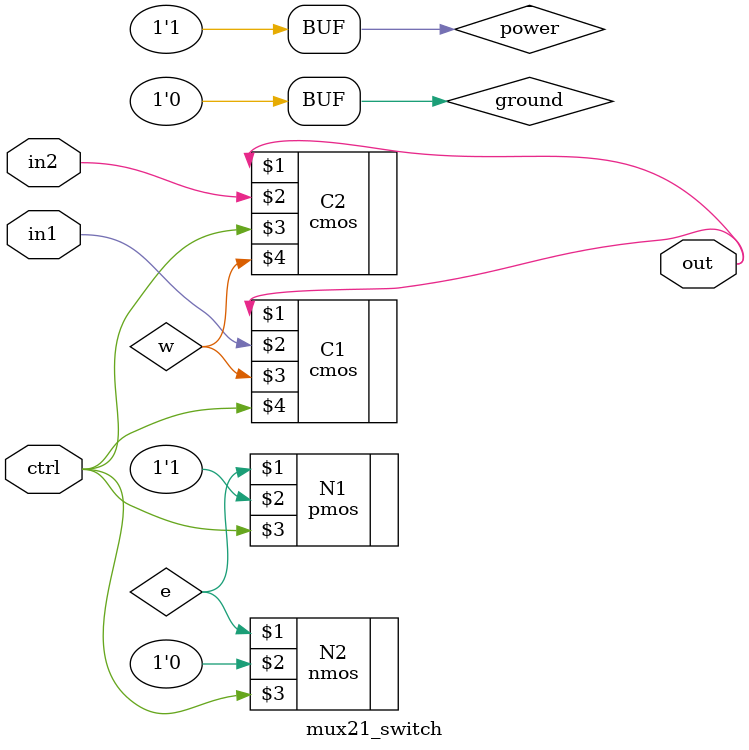
<source format=v>
module mux21_switch (out, ctrl, in1, in2);
   
   output out;                    
   input  ctrl, in1, in2;         
   wire          e;            

   supply1 power;             
   supply0 ground;      
   
   pmos N1 (e, power, ctrl);     
   nmos N2 (e, ground, ctrl);   
   
   cmos C1 (out, in1, w, ctrl);   
   cmos C2 (out, in2, ctrl, w);
   
endmodule

</source>
